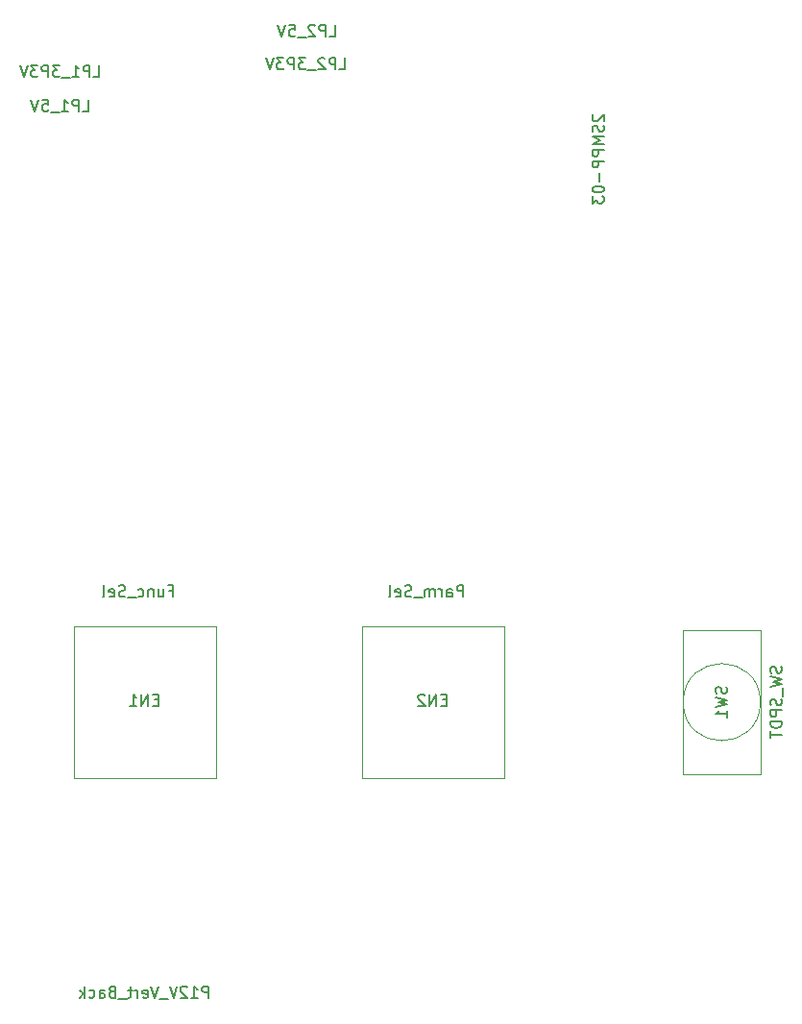
<source format=gbr>
G04 #@! TF.GenerationSoftware,KiCad,Pcbnew,(5.1.4-0-10_14)*
G04 #@! TF.CreationDate,2020-04-29T09:46:46-07:00*
G04 #@! TF.ProjectId,Vent,56656e74-2e6b-4696-9361-645f70636258,rev?*
G04 #@! TF.SameCoordinates,Original*
G04 #@! TF.FileFunction,Other,Fab,Bot*
%FSLAX46Y46*%
G04 Gerber Fmt 4.6, Leading zero omitted, Abs format (unit mm)*
G04 Created by KiCad (PCBNEW (5.1.4-0-10_14)) date 2020-04-29 09:46:46*
%MOMM*%
%LPD*%
G04 APERTURE LIST*
%ADD10C,0.100000*%
%ADD11C,0.150000*%
G04 APERTURE END LIST*
D10*
X107860000Y-95828600D02*
X107860000Y-82428600D01*
X95360000Y-95828600D02*
X95360000Y-82428600D01*
X95360000Y-82428600D02*
X107860000Y-82428600D01*
X95360000Y-95828600D02*
X107860000Y-95828600D01*
X123630000Y-82805000D02*
X123630000Y-95505000D01*
X130490000Y-82805000D02*
X130490000Y-95505000D01*
X123630000Y-82805000D02*
X130490000Y-82805000D01*
X130490000Y-95505000D02*
X123630000Y-95505000D01*
X130460000Y-89155000D02*
G75*
G03X130460000Y-89155000I-3400000J0D01*
G01*
X82460000Y-95828600D02*
X82460000Y-82428600D01*
X69960000Y-95828600D02*
X69960000Y-82428600D01*
X69960000Y-82428600D02*
X82460000Y-82428600D01*
X69960000Y-95828600D02*
X82460000Y-95828600D01*
D11*
X81817457Y-115201580D02*
X81817457Y-114201580D01*
X81436504Y-114201580D01*
X81341266Y-114249200D01*
X81293647Y-114296819D01*
X81246028Y-114392057D01*
X81246028Y-114534914D01*
X81293647Y-114630152D01*
X81341266Y-114677771D01*
X81436504Y-114725390D01*
X81817457Y-114725390D01*
X80293647Y-115201580D02*
X80865076Y-115201580D01*
X80579361Y-115201580D02*
X80579361Y-114201580D01*
X80674600Y-114344438D01*
X80769838Y-114439676D01*
X80865076Y-114487295D01*
X79912695Y-114296819D02*
X79865076Y-114249200D01*
X79769838Y-114201580D01*
X79531742Y-114201580D01*
X79436504Y-114249200D01*
X79388885Y-114296819D01*
X79341266Y-114392057D01*
X79341266Y-114487295D01*
X79388885Y-114630152D01*
X79960314Y-115201580D01*
X79341266Y-115201580D01*
X79055552Y-114201580D02*
X78722219Y-115201580D01*
X78388885Y-114201580D01*
X78293647Y-115296819D02*
X77531742Y-115296819D01*
X77436504Y-114201580D02*
X77103171Y-115201580D01*
X76769838Y-114201580D01*
X76055552Y-115153961D02*
X76150790Y-115201580D01*
X76341266Y-115201580D01*
X76436504Y-115153961D01*
X76484123Y-115058723D01*
X76484123Y-114677771D01*
X76436504Y-114582533D01*
X76341266Y-114534914D01*
X76150790Y-114534914D01*
X76055552Y-114582533D01*
X76007933Y-114677771D01*
X76007933Y-114773009D01*
X76484123Y-114868247D01*
X75579361Y-115201580D02*
X75579361Y-114534914D01*
X75579361Y-114725390D02*
X75531742Y-114630152D01*
X75484123Y-114582533D01*
X75388885Y-114534914D01*
X75293647Y-114534914D01*
X75103171Y-114534914D02*
X74722219Y-114534914D01*
X74960314Y-114201580D02*
X74960314Y-115058723D01*
X74912695Y-115153961D01*
X74817457Y-115201580D01*
X74722219Y-115201580D01*
X74626980Y-115296819D02*
X73865076Y-115296819D01*
X73293647Y-114677771D02*
X73150790Y-114725390D01*
X73103171Y-114773009D01*
X73055552Y-114868247D01*
X73055552Y-115011104D01*
X73103171Y-115106342D01*
X73150790Y-115153961D01*
X73246028Y-115201580D01*
X73626980Y-115201580D01*
X73626980Y-114201580D01*
X73293647Y-114201580D01*
X73198409Y-114249200D01*
X73150790Y-114296819D01*
X73103171Y-114392057D01*
X73103171Y-114487295D01*
X73150790Y-114582533D01*
X73198409Y-114630152D01*
X73293647Y-114677771D01*
X73626980Y-114677771D01*
X72198409Y-115201580D02*
X72198409Y-114677771D01*
X72246028Y-114582533D01*
X72341266Y-114534914D01*
X72531742Y-114534914D01*
X72626980Y-114582533D01*
X72198409Y-115153961D02*
X72293647Y-115201580D01*
X72531742Y-115201580D01*
X72626980Y-115153961D01*
X72674600Y-115058723D01*
X72674600Y-114963485D01*
X72626980Y-114868247D01*
X72531742Y-114820628D01*
X72293647Y-114820628D01*
X72198409Y-114773009D01*
X71293647Y-115153961D02*
X71388885Y-115201580D01*
X71579361Y-115201580D01*
X71674600Y-115153961D01*
X71722219Y-115106342D01*
X71769838Y-115011104D01*
X71769838Y-114725390D01*
X71722219Y-114630152D01*
X71674600Y-114582533D01*
X71579361Y-114534914D01*
X71388885Y-114534914D01*
X71293647Y-114582533D01*
X70865076Y-115201580D02*
X70865076Y-114201580D01*
X70769838Y-114820628D02*
X70484123Y-115201580D01*
X70484123Y-114534914D02*
X70865076Y-114915866D01*
X104273095Y-79855980D02*
X104273095Y-78855980D01*
X103892142Y-78855980D01*
X103796904Y-78903600D01*
X103749285Y-78951219D01*
X103701666Y-79046457D01*
X103701666Y-79189314D01*
X103749285Y-79284552D01*
X103796904Y-79332171D01*
X103892142Y-79379790D01*
X104273095Y-79379790D01*
X102844523Y-79855980D02*
X102844523Y-79332171D01*
X102892142Y-79236933D01*
X102987380Y-79189314D01*
X103177857Y-79189314D01*
X103273095Y-79236933D01*
X102844523Y-79808361D02*
X102939761Y-79855980D01*
X103177857Y-79855980D01*
X103273095Y-79808361D01*
X103320714Y-79713123D01*
X103320714Y-79617885D01*
X103273095Y-79522647D01*
X103177857Y-79475028D01*
X102939761Y-79475028D01*
X102844523Y-79427409D01*
X102368333Y-79855980D02*
X102368333Y-79189314D01*
X102368333Y-79379790D02*
X102320714Y-79284552D01*
X102273095Y-79236933D01*
X102177857Y-79189314D01*
X102082619Y-79189314D01*
X101749285Y-79855980D02*
X101749285Y-79189314D01*
X101749285Y-79284552D02*
X101701666Y-79236933D01*
X101606428Y-79189314D01*
X101463571Y-79189314D01*
X101368333Y-79236933D01*
X101320714Y-79332171D01*
X101320714Y-79855980D01*
X101320714Y-79332171D02*
X101273095Y-79236933D01*
X101177857Y-79189314D01*
X101035000Y-79189314D01*
X100939761Y-79236933D01*
X100892142Y-79332171D01*
X100892142Y-79855980D01*
X100654047Y-79951219D02*
X99892142Y-79951219D01*
X99701666Y-79808361D02*
X99558809Y-79855980D01*
X99320714Y-79855980D01*
X99225476Y-79808361D01*
X99177857Y-79760742D01*
X99130238Y-79665504D01*
X99130238Y-79570266D01*
X99177857Y-79475028D01*
X99225476Y-79427409D01*
X99320714Y-79379790D01*
X99511190Y-79332171D01*
X99606428Y-79284552D01*
X99654047Y-79236933D01*
X99701666Y-79141695D01*
X99701666Y-79046457D01*
X99654047Y-78951219D01*
X99606428Y-78903600D01*
X99511190Y-78855980D01*
X99273095Y-78855980D01*
X99130238Y-78903600D01*
X98320714Y-79808361D02*
X98415952Y-79855980D01*
X98606428Y-79855980D01*
X98701666Y-79808361D01*
X98749285Y-79713123D01*
X98749285Y-79332171D01*
X98701666Y-79236933D01*
X98606428Y-79189314D01*
X98415952Y-79189314D01*
X98320714Y-79236933D01*
X98273095Y-79332171D01*
X98273095Y-79427409D01*
X98749285Y-79522647D01*
X97701666Y-79855980D02*
X97796904Y-79808361D01*
X97844523Y-79713123D01*
X97844523Y-78855980D01*
X102774285Y-88932171D02*
X102440952Y-88932171D01*
X102298095Y-89455980D02*
X102774285Y-89455980D01*
X102774285Y-88455980D01*
X102298095Y-88455980D01*
X101869523Y-89455980D02*
X101869523Y-88455980D01*
X101298095Y-89455980D01*
X101298095Y-88455980D01*
X100869523Y-88551219D02*
X100821904Y-88503600D01*
X100726666Y-88455980D01*
X100488571Y-88455980D01*
X100393333Y-88503600D01*
X100345714Y-88551219D01*
X100298095Y-88646457D01*
X100298095Y-88741695D01*
X100345714Y-88884552D01*
X100917142Y-89455980D01*
X100298095Y-89455980D01*
X93352571Y-33375780D02*
X93828761Y-33375780D01*
X93828761Y-32375780D01*
X93019238Y-33375780D02*
X93019238Y-32375780D01*
X92638285Y-32375780D01*
X92543047Y-32423400D01*
X92495428Y-32471019D01*
X92447809Y-32566257D01*
X92447809Y-32709114D01*
X92495428Y-32804352D01*
X92543047Y-32851971D01*
X92638285Y-32899590D01*
X93019238Y-32899590D01*
X92066857Y-32471019D02*
X92019238Y-32423400D01*
X91924000Y-32375780D01*
X91685904Y-32375780D01*
X91590666Y-32423400D01*
X91543047Y-32471019D01*
X91495428Y-32566257D01*
X91495428Y-32661495D01*
X91543047Y-32804352D01*
X92114476Y-33375780D01*
X91495428Y-33375780D01*
X91304952Y-33471019D02*
X90543047Y-33471019D01*
X90400190Y-32375780D02*
X89781142Y-32375780D01*
X90114476Y-32756733D01*
X89971619Y-32756733D01*
X89876380Y-32804352D01*
X89828761Y-32851971D01*
X89781142Y-32947209D01*
X89781142Y-33185304D01*
X89828761Y-33280542D01*
X89876380Y-33328161D01*
X89971619Y-33375780D01*
X90257333Y-33375780D01*
X90352571Y-33328161D01*
X90400190Y-33280542D01*
X89352571Y-33375780D02*
X89352571Y-32375780D01*
X88971619Y-32375780D01*
X88876380Y-32423400D01*
X88828761Y-32471019D01*
X88781142Y-32566257D01*
X88781142Y-32709114D01*
X88828761Y-32804352D01*
X88876380Y-32851971D01*
X88971619Y-32899590D01*
X89352571Y-32899590D01*
X88447809Y-32375780D02*
X87828761Y-32375780D01*
X88162095Y-32756733D01*
X88019238Y-32756733D01*
X87924000Y-32804352D01*
X87876380Y-32851971D01*
X87828761Y-32947209D01*
X87828761Y-33185304D01*
X87876380Y-33280542D01*
X87924000Y-33328161D01*
X88019238Y-33375780D01*
X88304952Y-33375780D01*
X88400190Y-33328161D01*
X88447809Y-33280542D01*
X87543047Y-32375780D02*
X87209714Y-33375780D01*
X86876380Y-32375780D01*
X71671371Y-34026180D02*
X72147561Y-34026180D01*
X72147561Y-33026180D01*
X71338038Y-34026180D02*
X71338038Y-33026180D01*
X70957085Y-33026180D01*
X70861847Y-33073800D01*
X70814228Y-33121419D01*
X70766609Y-33216657D01*
X70766609Y-33359514D01*
X70814228Y-33454752D01*
X70861847Y-33502371D01*
X70957085Y-33549990D01*
X71338038Y-33549990D01*
X69814228Y-34026180D02*
X70385657Y-34026180D01*
X70099942Y-34026180D02*
X70099942Y-33026180D01*
X70195180Y-33169038D01*
X70290419Y-33264276D01*
X70385657Y-33311895D01*
X69623752Y-34121419D02*
X68861847Y-34121419D01*
X68718990Y-33026180D02*
X68099942Y-33026180D01*
X68433276Y-33407133D01*
X68290419Y-33407133D01*
X68195180Y-33454752D01*
X68147561Y-33502371D01*
X68099942Y-33597609D01*
X68099942Y-33835704D01*
X68147561Y-33930942D01*
X68195180Y-33978561D01*
X68290419Y-34026180D01*
X68576133Y-34026180D01*
X68671371Y-33978561D01*
X68718990Y-33930942D01*
X67671371Y-34026180D02*
X67671371Y-33026180D01*
X67290419Y-33026180D01*
X67195180Y-33073800D01*
X67147561Y-33121419D01*
X67099942Y-33216657D01*
X67099942Y-33359514D01*
X67147561Y-33454752D01*
X67195180Y-33502371D01*
X67290419Y-33549990D01*
X67671371Y-33549990D01*
X66766609Y-33026180D02*
X66147561Y-33026180D01*
X66480895Y-33407133D01*
X66338038Y-33407133D01*
X66242800Y-33454752D01*
X66195180Y-33502371D01*
X66147561Y-33597609D01*
X66147561Y-33835704D01*
X66195180Y-33930942D01*
X66242800Y-33978561D01*
X66338038Y-34026180D01*
X66623752Y-34026180D01*
X66718990Y-33978561D01*
X66766609Y-33930942D01*
X65861847Y-33026180D02*
X65528514Y-34026180D01*
X65195180Y-33026180D01*
X92466380Y-30454780D02*
X92942571Y-30454780D01*
X92942571Y-29454780D01*
X92133047Y-30454780D02*
X92133047Y-29454780D01*
X91752095Y-29454780D01*
X91656857Y-29502400D01*
X91609238Y-29550019D01*
X91561619Y-29645257D01*
X91561619Y-29788114D01*
X91609238Y-29883352D01*
X91656857Y-29930971D01*
X91752095Y-29978590D01*
X92133047Y-29978590D01*
X91180666Y-29550019D02*
X91133047Y-29502400D01*
X91037809Y-29454780D01*
X90799714Y-29454780D01*
X90704476Y-29502400D01*
X90656857Y-29550019D01*
X90609238Y-29645257D01*
X90609238Y-29740495D01*
X90656857Y-29883352D01*
X91228285Y-30454780D01*
X90609238Y-30454780D01*
X90418761Y-30550019D02*
X89656857Y-30550019D01*
X88942571Y-29454780D02*
X89418761Y-29454780D01*
X89466380Y-29930971D01*
X89418761Y-29883352D01*
X89323523Y-29835733D01*
X89085428Y-29835733D01*
X88990190Y-29883352D01*
X88942571Y-29930971D01*
X88894952Y-30026209D01*
X88894952Y-30264304D01*
X88942571Y-30359542D01*
X88990190Y-30407161D01*
X89085428Y-30454780D01*
X89323523Y-30454780D01*
X89418761Y-30407161D01*
X89466380Y-30359542D01*
X88609238Y-29454780D02*
X88275904Y-30454780D01*
X87942571Y-29454780D01*
X70710180Y-37048780D02*
X71186371Y-37048780D01*
X71186371Y-36048780D01*
X70376847Y-37048780D02*
X70376847Y-36048780D01*
X69995895Y-36048780D01*
X69900657Y-36096400D01*
X69853038Y-36144019D01*
X69805419Y-36239257D01*
X69805419Y-36382114D01*
X69853038Y-36477352D01*
X69900657Y-36524971D01*
X69995895Y-36572590D01*
X70376847Y-36572590D01*
X68853038Y-37048780D02*
X69424466Y-37048780D01*
X69138752Y-37048780D02*
X69138752Y-36048780D01*
X69233990Y-36191638D01*
X69329228Y-36286876D01*
X69424466Y-36334495D01*
X68662561Y-37144019D02*
X67900657Y-37144019D01*
X67186371Y-36048780D02*
X67662561Y-36048780D01*
X67710180Y-36524971D01*
X67662561Y-36477352D01*
X67567323Y-36429733D01*
X67329228Y-36429733D01*
X67233990Y-36477352D01*
X67186371Y-36524971D01*
X67138752Y-36620209D01*
X67138752Y-36858304D01*
X67186371Y-36953542D01*
X67233990Y-37001161D01*
X67329228Y-37048780D01*
X67567323Y-37048780D01*
X67662561Y-37001161D01*
X67710180Y-36953542D01*
X66853038Y-36048780D02*
X66519704Y-37048780D01*
X66186371Y-36048780D01*
X115752619Y-37370238D02*
X115705000Y-37417857D01*
X115657380Y-37513095D01*
X115657380Y-37751190D01*
X115705000Y-37846428D01*
X115752619Y-37894047D01*
X115847857Y-37941666D01*
X115943095Y-37941666D01*
X116085952Y-37894047D01*
X116657380Y-37322619D01*
X116657380Y-37941666D01*
X116609761Y-38322619D02*
X116657380Y-38465476D01*
X116657380Y-38703571D01*
X116609761Y-38798809D01*
X116562142Y-38846428D01*
X116466904Y-38894047D01*
X116371666Y-38894047D01*
X116276428Y-38846428D01*
X116228809Y-38798809D01*
X116181190Y-38703571D01*
X116133571Y-38513095D01*
X116085952Y-38417857D01*
X116038333Y-38370238D01*
X115943095Y-38322619D01*
X115847857Y-38322619D01*
X115752619Y-38370238D01*
X115705000Y-38417857D01*
X115657380Y-38513095D01*
X115657380Y-38751190D01*
X115705000Y-38894047D01*
X116657380Y-39322619D02*
X115657380Y-39322619D01*
X116371666Y-39655952D01*
X115657380Y-39989285D01*
X116657380Y-39989285D01*
X116657380Y-40465476D02*
X115657380Y-40465476D01*
X115657380Y-40846428D01*
X115705000Y-40941666D01*
X115752619Y-40989285D01*
X115847857Y-41036904D01*
X115990714Y-41036904D01*
X116085952Y-40989285D01*
X116133571Y-40941666D01*
X116181190Y-40846428D01*
X116181190Y-40465476D01*
X116657380Y-41465476D02*
X115657380Y-41465476D01*
X115657380Y-41846428D01*
X115705000Y-41941666D01*
X115752619Y-41989285D01*
X115847857Y-42036904D01*
X115990714Y-42036904D01*
X116085952Y-41989285D01*
X116133571Y-41941666D01*
X116181190Y-41846428D01*
X116181190Y-41465476D01*
X116276428Y-42465476D02*
X116276428Y-43227380D01*
X115657380Y-43894047D02*
X115657380Y-43989285D01*
X115705000Y-44084523D01*
X115752619Y-44132142D01*
X115847857Y-44179761D01*
X116038333Y-44227380D01*
X116276428Y-44227380D01*
X116466904Y-44179761D01*
X116562142Y-44132142D01*
X116609761Y-44084523D01*
X116657380Y-43989285D01*
X116657380Y-43894047D01*
X116609761Y-43798809D01*
X116562142Y-43751190D01*
X116466904Y-43703571D01*
X116276428Y-43655952D01*
X116038333Y-43655952D01*
X115847857Y-43703571D01*
X115752619Y-43751190D01*
X115705000Y-43798809D01*
X115657380Y-43894047D01*
X115657380Y-44560714D02*
X115657380Y-45179761D01*
X116038333Y-44846428D01*
X116038333Y-44989285D01*
X116085952Y-45084523D01*
X116133571Y-45132142D01*
X116228809Y-45179761D01*
X116466904Y-45179761D01*
X116562142Y-45132142D01*
X116609761Y-45084523D01*
X116657380Y-44989285D01*
X116657380Y-44703571D01*
X116609761Y-44608333D01*
X116562142Y-44560714D01*
X132284761Y-86009761D02*
X132332380Y-86152619D01*
X132332380Y-86390714D01*
X132284761Y-86485952D01*
X132237142Y-86533571D01*
X132141904Y-86581190D01*
X132046666Y-86581190D01*
X131951428Y-86533571D01*
X131903809Y-86485952D01*
X131856190Y-86390714D01*
X131808571Y-86200238D01*
X131760952Y-86105000D01*
X131713333Y-86057380D01*
X131618095Y-86009761D01*
X131522857Y-86009761D01*
X131427619Y-86057380D01*
X131380000Y-86105000D01*
X131332380Y-86200238D01*
X131332380Y-86438333D01*
X131380000Y-86581190D01*
X131332380Y-86914523D02*
X132332380Y-87152619D01*
X131618095Y-87343095D01*
X132332380Y-87533571D01*
X131332380Y-87771666D01*
X132427619Y-87914523D02*
X132427619Y-88676428D01*
X132284761Y-88866904D02*
X132332380Y-89009761D01*
X132332380Y-89247857D01*
X132284761Y-89343095D01*
X132237142Y-89390714D01*
X132141904Y-89438333D01*
X132046666Y-89438333D01*
X131951428Y-89390714D01*
X131903809Y-89343095D01*
X131856190Y-89247857D01*
X131808571Y-89057380D01*
X131760952Y-88962142D01*
X131713333Y-88914523D01*
X131618095Y-88866904D01*
X131522857Y-88866904D01*
X131427619Y-88914523D01*
X131380000Y-88962142D01*
X131332380Y-89057380D01*
X131332380Y-89295476D01*
X131380000Y-89438333D01*
X132332380Y-89866904D02*
X131332380Y-89866904D01*
X131332380Y-90247857D01*
X131380000Y-90343095D01*
X131427619Y-90390714D01*
X131522857Y-90438333D01*
X131665714Y-90438333D01*
X131760952Y-90390714D01*
X131808571Y-90343095D01*
X131856190Y-90247857D01*
X131856190Y-89866904D01*
X132332380Y-90866904D02*
X131332380Y-90866904D01*
X131332380Y-91105000D01*
X131380000Y-91247857D01*
X131475238Y-91343095D01*
X131570476Y-91390714D01*
X131760952Y-91438333D01*
X131903809Y-91438333D01*
X132094285Y-91390714D01*
X132189523Y-91343095D01*
X132284761Y-91247857D01*
X132332380Y-91105000D01*
X132332380Y-90866904D01*
X131332380Y-91724047D02*
X131332380Y-92295476D01*
X132332380Y-92009761D02*
X131332380Y-92009761D01*
X127464761Y-87821666D02*
X127512380Y-87964523D01*
X127512380Y-88202619D01*
X127464761Y-88297857D01*
X127417142Y-88345476D01*
X127321904Y-88393095D01*
X127226666Y-88393095D01*
X127131428Y-88345476D01*
X127083809Y-88297857D01*
X127036190Y-88202619D01*
X126988571Y-88012142D01*
X126940952Y-87916904D01*
X126893333Y-87869285D01*
X126798095Y-87821666D01*
X126702857Y-87821666D01*
X126607619Y-87869285D01*
X126560000Y-87916904D01*
X126512380Y-88012142D01*
X126512380Y-88250238D01*
X126560000Y-88393095D01*
X126512380Y-88726428D02*
X127512380Y-88964523D01*
X126798095Y-89155000D01*
X127512380Y-89345476D01*
X126512380Y-89583571D01*
X127512380Y-90488333D02*
X127512380Y-89916904D01*
X127512380Y-90202619D02*
X126512380Y-90202619D01*
X126655238Y-90107380D01*
X126750476Y-90012142D01*
X126798095Y-89916904D01*
X78373095Y-79332171D02*
X78706428Y-79332171D01*
X78706428Y-79855980D02*
X78706428Y-78855980D01*
X78230238Y-78855980D01*
X77420714Y-79189314D02*
X77420714Y-79855980D01*
X77849285Y-79189314D02*
X77849285Y-79713123D01*
X77801666Y-79808361D01*
X77706428Y-79855980D01*
X77563571Y-79855980D01*
X77468333Y-79808361D01*
X77420714Y-79760742D01*
X76944523Y-79189314D02*
X76944523Y-79855980D01*
X76944523Y-79284552D02*
X76896904Y-79236933D01*
X76801666Y-79189314D01*
X76658809Y-79189314D01*
X76563571Y-79236933D01*
X76515952Y-79332171D01*
X76515952Y-79855980D01*
X75611190Y-79808361D02*
X75706428Y-79855980D01*
X75896904Y-79855980D01*
X75992142Y-79808361D01*
X76039761Y-79760742D01*
X76087380Y-79665504D01*
X76087380Y-79379790D01*
X76039761Y-79284552D01*
X75992142Y-79236933D01*
X75896904Y-79189314D01*
X75706428Y-79189314D01*
X75611190Y-79236933D01*
X75420714Y-79951219D02*
X74658809Y-79951219D01*
X74468333Y-79808361D02*
X74325476Y-79855980D01*
X74087380Y-79855980D01*
X73992142Y-79808361D01*
X73944523Y-79760742D01*
X73896904Y-79665504D01*
X73896904Y-79570266D01*
X73944523Y-79475028D01*
X73992142Y-79427409D01*
X74087380Y-79379790D01*
X74277857Y-79332171D01*
X74373095Y-79284552D01*
X74420714Y-79236933D01*
X74468333Y-79141695D01*
X74468333Y-79046457D01*
X74420714Y-78951219D01*
X74373095Y-78903600D01*
X74277857Y-78855980D01*
X74039761Y-78855980D01*
X73896904Y-78903600D01*
X73087380Y-79808361D02*
X73182619Y-79855980D01*
X73373095Y-79855980D01*
X73468333Y-79808361D01*
X73515952Y-79713123D01*
X73515952Y-79332171D01*
X73468333Y-79236933D01*
X73373095Y-79189314D01*
X73182619Y-79189314D01*
X73087380Y-79236933D01*
X73039761Y-79332171D01*
X73039761Y-79427409D01*
X73515952Y-79522647D01*
X72468333Y-79855980D02*
X72563571Y-79808361D01*
X72611190Y-79713123D01*
X72611190Y-78855980D01*
X77374285Y-88932171D02*
X77040952Y-88932171D01*
X76898095Y-89455980D02*
X77374285Y-89455980D01*
X77374285Y-88455980D01*
X76898095Y-88455980D01*
X76469523Y-89455980D02*
X76469523Y-88455980D01*
X75898095Y-89455980D01*
X75898095Y-88455980D01*
X74898095Y-89455980D02*
X75469523Y-89455980D01*
X75183809Y-89455980D02*
X75183809Y-88455980D01*
X75279047Y-88598838D01*
X75374285Y-88694076D01*
X75469523Y-88741695D01*
M02*

</source>
